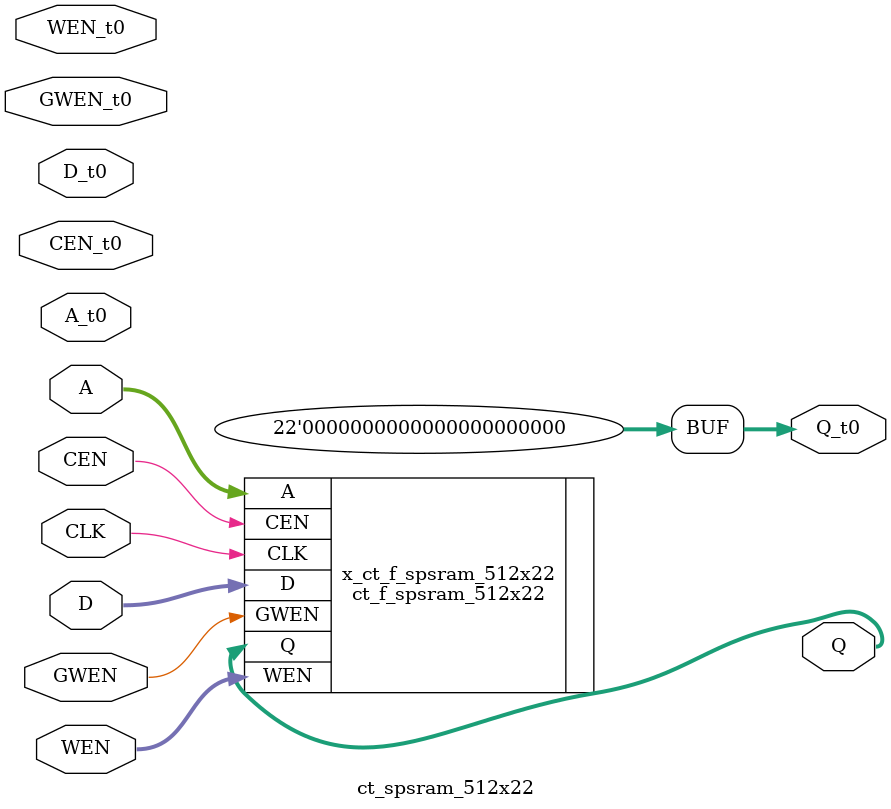
<source format=v>
/*Copyright 2019-2021 T-Head Semiconductor Co., Ltd.

Licensed under the Apache License, Version 2.0 (the "License");
you may not use this file except in compliance with the License.
You may obtain a copy of the License at

    http://www.apache.org/licenses/LICENSE-2.0

Unless required by applicable law or agreed to in writing, software
distributed under the License is distributed on an "AS IS" BASIS,
WITHOUT WARRANTIES OR CONDITIONS OF ANY KIND, either express or implied.
See the License for the specific language governing permissions and
limitations under the License.
*/

// &ModuleBeg; @22
module ct_spsram_512x22(
A,
A_t0,
CEN,
CEN_t0,
CLK,
D,
D_t0,
GWEN,
GWEN_t0,
Q,
Q_t0,
WEN,
WEN_t0
);

input   [8 :0]  A_t0;   
input           CEN_t0; 
input   [21:0]  D_t0;   
input           GWEN_t0; 
output  [21:0]  Q_t0;   
input   [21:0]  WEN_t0; 
wire    [8 :0]  A_t0;   
wire            CEN_t0; 
wire    [21:0]  D_t0;   
wire            GWEN_t0; 
wire    [21:0]  Q_t0;   
wire    [21:0]  WEN_t0; 
assign Q_t0 = '0;

// &Ports; @23
input   [8 :0]  A;   
input           CEN; 
input           CLK; 
input   [21:0]  D;   
input           GWEN; 
input   [21:0]  WEN; 
output  [21:0]  Q;   

// &Regs; @24

// &Wires; @25
wire    [8 :0]  A;   
wire            CEN; 
wire            CLK; 
wire    [21:0]  D;   
wire            GWEN; 
wire    [21:0]  Q;   
wire    [21:0]  WEN; 


//**********************************************************
//                  Parameter Definition
//**********************************************************
parameter ADDR_WIDTH = 9;
parameter DATA_WIDTH = 22;
parameter WE_WIDTH   = 22;

// &Force("bus","Q",DATA_WIDTH-1,0); @34
// &Force("bus","WEN",WE_WIDTH-1,0); @35
// &Force("bus","A",ADDR_WIDTH-1,0); @36
// &Force("bus","D",DATA_WIDTH-1,0); @37

  //********************************************************
  //*                        FPGA memory                   *
  //********************************************************
  //{WEN[21:11],WEN[10:0]}
//   &Instance("ct_f_spsram_512x22"); @44
ct_f_spsram_512x22  x_ct_f_spsram_512x22 (
  .A    (A   ),
  .CEN  (CEN ),
  .CLK  (CLK ),
  .D    (D   ),
  .GWEN (GWEN),
  .Q    (Q   ),
  .WEN  (WEN )
);

//   &Instance("ct_tsmc_spsram_512x22"); @50

// &ModuleEnd; @66
endmodule



</source>
